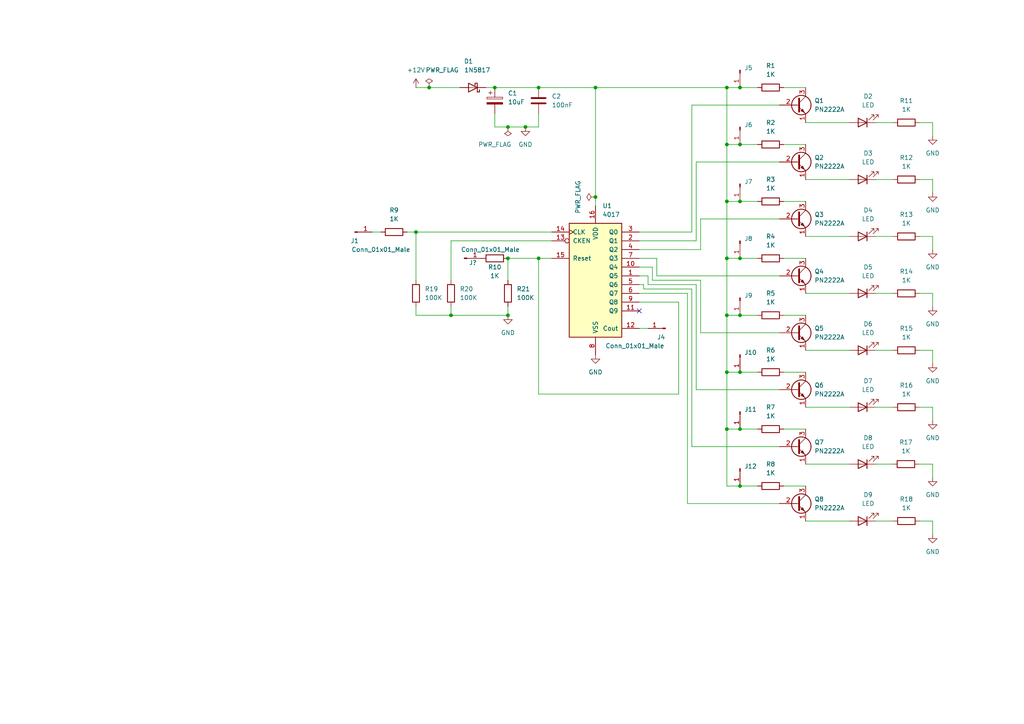
<source format=kicad_sch>
(kicad_sch (version 20220914) (generator eeschema)
  (paper "A4")
  (title_block (title "4017 Counter") (date "2022-09-09") (rev "1") (company "Aria Salvtrice"))
  (lib_symbols
    (symbol "4xxx:4017" (pin_names (offset 1.016))
      (property "Reference" "U" (at -7.62 16.51 0))
      (property "Value" "4017" (at -7.62 -19.05 0))
      (symbol "4017_1_0"
        (pin output line (at 12.7 0 180) (length 5.08) (name "Q5") (number "1"))
        (pin output line (at 12.7 2.54 180) (length 5.08) (name "Q4") (number "10"))
        (pin output line (at 12.7 -10.16 180) (length 5.08) (name "Q9") (number "11"))
        (pin output line (at 12.7 -15.24 180) (length 5.08) (name "Cout") (number "12"))
        (pin input inverted (at -12.7 10.16 0) (length 5.08) (name "CKEN") (number "13"))
        (pin input clock (at -12.7 12.7 0) (length 5.08) (name "CLK") (number "14"))
        (pin input line (at -12.7 5.08 0) (length 5.08) (name "Reset") (number "15"))
        (pin power_in line (at 0 20.32 270) (length 5.08) (name "VDD") (number "16"))
        (pin output line (at 12.7 10.16 180) (length 5.08) (name "Q1") (number "2"))
        (pin output line (at 12.7 12.7 180) (length 5.08) (name "Q0") (number "3"))
        (pin output line (at 12.7 7.62 180) (length 5.08) (name "Q2") (number "4"))
        (pin output line (at 12.7 -2.54 180) (length 5.08) (name "Q6") (number "5"))
        (pin output line (at 12.7 -5.08 180) (length 5.08) (name "Q7") (number "6"))
        (pin output line (at 12.7 5.08 180) (length 5.08) (name "Q3") (number "7"))
        (pin power_in line (at 0 -22.86 90) (length 5.08) (name "VSS") (number "8"))
        (pin output line (at 12.7 -7.62 180) (length 5.08) (name "Q8") (number "9"))
      )
      (symbol "4017_1_1"
        (rectangle (start -7.62 15.24) (end 7.62 -17.78) (stroke (width 0.254)) (fill (type background)))
      )
    )
    (symbol "Connector:Conn_01x01_Male" (pin_names (offset 1.016) hide)
      (property "Reference" "J" (at 0 2.54 0))
      (property "Value" "Conn_01x01_Male" (at 0 -2.54 0))
      (symbol "Conn_01x01_Male_1_1"
        (polyline (pts (xy 1.27 0) (xy 0.8636 0)) (stroke (width 0.1524)))
        (rectangle (start 0.8636 0.127) (end 0 -0.127) (stroke (width 0.1524)) (fill (type outline)))
        (pin passive line (at 5.08 0 180) (length 3.81) (name "Pin_1") (number "1"))
      )
    )
    (symbol "Device:C" (pin_numbers hide) (pin_names (offset 0.254))
      (property "Reference" "C" (at 0.635 2.54 0))
      (property "Value" "C" (at 0.635 -2.54 0))
      (symbol "C_0_1"
        (polyline (pts (xy -2.032 -0.762) (xy 2.032 -0.762)) (stroke (width 0.508)))
        (polyline (pts (xy -2.032 0.762) (xy 2.032 0.762)) (stroke (width 0.508)))
      )
      (symbol "C_1_1"
        (pin passive line (at 0 3.81 270) (length 2.794) (name "~") (number "1"))
        (pin passive line (at 0 -3.81 90) (length 2.794) (name "~") (number "2"))
      )
    )
    (symbol "Device:C_Polarized" (pin_numbers hide) (pin_names (offset 0.254))
      (property "Reference" "C" (at 0.635 2.54 0))
      (property "Value" "C_Polarized" (at 0.635 -2.54 0))
      (symbol "C_Polarized_0_1"
        (rectangle (start -2.286 0.508) (end 2.286 1.016))
        (polyline (pts (xy -1.778 2.286) (xy -0.762 2.286)))
        (polyline (pts (xy -1.27 2.794) (xy -1.27 1.778)))
        (rectangle (start 2.286 -0.508) (end -2.286 -1.016) (fill (type outline)))
      )
      (symbol "C_Polarized_1_1"
        (pin passive line (at 0 3.81 270) (length 2.794) (name "~") (number "1"))
        (pin passive line (at 0 -3.81 90) (length 2.794) (name "~") (number "2"))
      )
    )
    (symbol "Device:LED" (pin_numbers hide) (pin_names (offset 1.016) hide)
      (property "Reference" "D" (at 0 2.54 0))
      (property "Value" "LED" (at 0 -2.54 0))
      (symbol "LED_0_1"
        (polyline (pts (xy -1.27 -1.27) (xy -1.27 1.27)) (stroke (width 0.254)))
        (polyline (pts (xy -1.27 0) (xy 1.27 0)))
        (polyline (pts (xy 1.27 -1.27) (xy 1.27 1.27) (xy -1.27 0) (xy 1.27 -1.27)) (stroke (width 0.254)))
        (polyline (pts (xy -3.048 -0.762) (xy -4.572 -2.286) (xy -3.81 -2.286) (xy -4.572 -2.286) (xy -4.572 -1.524)))
        (polyline (pts (xy -1.778 -0.762) (xy -3.302 -2.286) (xy -2.54 -2.286) (xy -3.302 -2.286) (xy -3.302 -1.524)))
      )
      (symbol "LED_1_1"
        (pin passive line (at -3.81 0 0) (length 2.54) (name "K") (number "1"))
        (pin passive line (at 3.81 0 180) (length 2.54) (name "A") (number "2"))
      )
    )
    (symbol "Device:R" (pin_numbers hide) (pin_names (offset 0))
      (property "Reference" "R" (at 2.032 0 90))
      (property "Value" "R" (at 0 0 90))
      (symbol "R_0_1"
        (rectangle (start -1.016 -2.54) (end 1.016 2.54) (stroke (width 0.254)))
      )
      (symbol "R_1_1"
        (pin passive line (at 0 3.81 270) (length 1.27) (name "~") (number "1"))
        (pin passive line (at 0 -3.81 90) (length 1.27) (name "~") (number "2"))
      )
    )
    (symbol "Diode:1N5817" (pin_numbers hide) (pin_names (offset 1.016) hide)
      (property "Reference" "D" (at 0 2.54 0))
      (property "Value" "1N5817" (at 0 -2.54 0))
      (symbol "1N5817_0_1"
        (polyline (pts (xy 1.27 0) (xy -1.27 0)))
        (polyline (pts (xy 1.27 1.27) (xy 1.27 -1.27) (xy -1.27 0) (xy 1.27 1.27)) (stroke (width 0.254)))
        (polyline (pts (xy -1.905 0.635) (xy -1.905 1.27) (xy -1.27 1.27) (xy -1.27 -1.27) (xy -0.635 -1.27) (xy -0.635 -0.635)) (stroke (width 0.254)))
      )
      (symbol "1N5817_1_1"
        (pin passive line (at -3.81 0 0) (length 2.54) (name "K") (number "1"))
        (pin passive line (at 3.81 0 180) (length 2.54) (name "A") (number "2"))
      )
    )
    (symbol "Transistor_BJT:PN2222A" (pin_names (offset 0) hide)
      (property "Reference" "Q" (at 5.08 1.905 0))
      (property "Value" "PN2222A" (at 5.08 0 0))
      (symbol "PN2222A_0_1"
        (polyline (pts (xy 0 0) (xy 0.635 0)))
        (polyline (pts (xy 2.54 -2.54) (xy 0.635 -0.635)))
        (polyline (pts (xy 2.54 2.54) (xy 0.635 0.635)))
        (polyline (pts (xy 0.635 1.905) (xy 0.635 -1.905) (xy 0.635 -1.905)) (stroke (width 0.508)))
        (polyline (pts (xy 2.413 -2.413) (xy 1.905 -1.905) (xy 1.905 -1.905)))
        (polyline (pts (xy 1.143 -1.651) (xy 1.651 -1.143) (xy 2.159 -2.159) (xy 1.143 -1.651) (xy 1.143 -1.651)) (fill (type outline)))
        (circle (center 1.27 0) (radius 2.8194) (stroke (width 0.254)))
      )
      (symbol "PN2222A_1_1"
        (pin passive line (at 2.54 -5.08 90) (length 2.54) (name "E") (number "1"))
        (pin input line (at -5.08 0 0) (length 5.08) (name "B") (number "2"))
        (pin passive line (at 2.54 5.08 270) (length 2.54) (name "C") (number "3"))
      )
    )
    (symbol "power:+12V" (power) (pin_names (offset 0))
      (property "Value" "+12V" (at 0 3.556 0))
      (symbol "+12V_0_1"
        (polyline (pts (xy -0.762 1.27) (xy 0 2.54)))
        (polyline (pts (xy 0 0) (xy 0 2.54)))
        (polyline (pts (xy 0 2.54) (xy 0.762 1.27)))
      )
      (symbol "+12V_1_1"
        (pin power_in line (at 0 0 90) (length 0) hide (name "+12V") (number "1"))
      )
    )
    (symbol "power:GND" (power) (pin_names (offset 0))
      (property "Value" "GND" (at 0 -3.81 0))
      (symbol "GND_0_1"
        (polyline (pts (xy 0 0) (xy 0 -1.27) (xy 1.27 -1.27) (xy 0 -2.54) (xy -1.27 -1.27) (xy 0 -1.27)))
      )
      (symbol "GND_1_1"
        (pin power_in line (at 0 0 270) (length 0) hide (name "GND") (number "1"))
      )
    )
    (symbol "power:PWR_FLAG" (power) (pin_numbers hide) (pin_names (offset 0) hide)
      (property "Value" "PWR_FLAG" (at 0 3.81 0))
      (symbol "PWR_FLAG_0_0"
        (pin power_out line (at 0 0 90) (length 0) (name "pwr") (number "1"))
      )
      (symbol "PWR_FLAG_0_1"
        (polyline (pts (xy 0 0) (xy 0 1.27) (xy -1.016 1.905) (xy 0 2.54) (xy 1.016 1.905) (xy 0 1.27)))
      )
    )
  )
  (junction (at 210.82 25.4))
  (junction (at 120.65 67.31))
  (junction (at 124.46 25.4))
  (junction (at 210.82 107.95))
  (junction (at 156.21 25.4))
  (junction (at 147.32 74.93))
  (junction (at 172.72 57.15))
  (junction (at 143.51 25.4))
  (junction (at 214.63 91.44))
  (junction (at 147.32 36.83))
  (junction (at 210.82 41.91))
  (junction (at 152.4 36.83))
  (junction (at 214.63 140.97))
  (junction (at 210.82 91.44))
  (junction (at 172.72 25.4))
  (junction (at 214.63 124.46))
  (junction (at 214.63 58.42))
  (junction (at 214.63 74.93))
  (junction (at 214.63 41.91))
  (junction (at 210.82 124.46))
  (junction (at 156.21 74.93))
  (junction (at 147.32 91.44))
  (junction (at 210.82 58.42))
  (junction (at 210.82 74.93))
  (junction (at 130.81 91.44))
  (junction (at 214.63 107.95))
  (junction (at 214.63 25.4))
  (no_connect (at 185.42 90.17))
  (wire (pts (xy 156.21 74.93) (xy 147.32 74.93)))
  (wire (pts (xy 210.82 58.42) (xy 214.63 58.42)))
  (wire (pts (xy 140.97 25.4) (xy 143.51 25.4)))
  (wire (pts (xy 160.02 67.31) (xy 120.65 67.31)))
  (wire (pts (xy 266.7 52.07) (xy 270.51 52.07)))
  (wire (pts (xy 201.93 82.55) (xy 187.96 82.55)))
  (wire (pts (xy 199.39 85.09) (xy 199.39 146.05)))
  (wire (pts (xy 203.2 96.52) (xy 226.06 96.52)))
  (wire (pts (xy 120.65 67.31) (xy 120.65 81.28)))
  (wire (pts (xy 233.68 101.6) (xy 246.38 101.6)))
  (wire (pts (xy 189.23 81.28) (xy 203.2 81.28)))
  (wire (pts (xy 254 134.62) (xy 258.9427 134.62)))
  (wire (pts (xy 214.63 140.97) (xy 219.71 140.97)))
  (wire (pts (xy 196.85 114.3) (xy 156.21 114.3)))
  (wire (pts (xy 210.82 107.95) (xy 210.82 124.46)))
  (wire (pts (xy 210.82 41.91) (xy 210.82 58.42)))
  (wire (pts (xy 210.82 124.46) (xy 210.82 140.97)))
  (wire (pts (xy 233.68 35.56) (xy 246.38 35.56)))
  (wire (pts (xy 227.33 58.42) (xy 233.68 58.42)))
  (wire (pts (xy 227.33 140.97) (xy 233.68 140.97)))
  (wire (pts (xy 254 68.58) (xy 259.08 68.58)))
  (wire (pts (xy 210.82 107.95) (xy 214.63 107.95)))
  (wire (pts (xy 143.51 36.83) (xy 147.32 36.83)))
  (wire (pts (xy 214.63 124.46) (xy 219.71 124.46)))
  (wire (pts (xy 130.81 91.44) (xy 147.32 91.44)))
  (wire (pts (xy 227.33 25.4) (xy 233.68 25.4)))
  (wire (pts (xy 210.82 74.93) (xy 210.82 91.44)))
  (wire (pts (xy 214.63 41.91) (xy 219.71 41.91)))
  (wire (pts (xy 266.5627 134.62) (xy 270.51 134.62)))
  (wire (pts (xy 270.51 52.07) (xy 270.51 55.88)))
  (wire (pts (xy 185.42 85.09) (xy 199.39 85.09)))
  (wire (pts (xy 156.21 74.93) (xy 160.02 74.93)))
  (wire (pts (xy 107.95 67.31) (xy 110.49 67.31)))
  (wire (pts (xy 201.93 113.03) (xy 226.06 113.03)))
  (wire (pts (xy 266.7 101.6) (xy 270.51 101.6)))
  (wire (pts (xy 214.63 74.93) (xy 219.71 74.93)))
  (wire (pts (xy 233.68 118.11) (xy 246.38 118.11)))
  (wire (pts (xy 270.51 101.6) (xy 270.51 105.41)))
  (wire (pts (xy 210.82 140.97) (xy 214.63 140.97)))
  (wire (pts (xy 187.96 82.55) (xy 187.96 80.01)))
  (wire (pts (xy 210.82 58.42) (xy 210.82 74.93)))
  (wire (pts (xy 120.65 25.4) (xy 124.46 25.4)))
  (wire (pts (xy 130.81 88.9) (xy 130.81 91.44)))
  (wire (pts (xy 124.46 25.4) (xy 133.35 25.4)))
  (wire (pts (xy 233.68 52.07) (xy 246.38 52.07)))
  (wire (pts (xy 233.68 151.13) (xy 246.38 151.13)))
  (wire (pts (xy 186.69 82.55) (xy 186.69 83.82)))
  (wire (pts (xy 254 151.13) (xy 259.08 151.13)))
  (wire (pts (xy 172.72 25.4) (xy 172.72 57.15)))
  (wire (pts (xy 199.39 146.05) (xy 226.06 146.05)))
  (wire (pts (xy 147.32 91.44) (xy 147.32 88.9)))
  (wire (pts (xy 156.21 25.4) (xy 172.72 25.4)))
  (wire (pts (xy 189.23 77.47) (xy 189.23 81.28)))
  (wire (pts (xy 203.2 81.28) (xy 203.2 96.52)))
  (wire (pts (xy 196.85 87.63) (xy 196.85 114.3)))
  (wire (pts (xy 120.65 91.44) (xy 130.81 91.44)))
  (wire (pts (xy 190.5 80.01) (xy 190.5 74.93)))
  (wire (pts (xy 214.63 58.42) (xy 219.71 58.42)))
  (wire (pts (xy 270.51 151.13) (xy 270.51 154.94)))
  (wire (pts (xy 210.82 41.91) (xy 214.63 41.91)))
  (wire (pts (xy 227.33 107.95) (xy 233.68 107.95)))
  (wire (pts (xy 172.72 57.15) (xy 172.72 59.69)))
  (wire (pts (xy 270.51 134.62) (xy 270.51 138.43)))
  (wire (pts (xy 143.51 33.02) (xy 143.51 36.83)))
  (wire (pts (xy 190.5 74.93) (xy 185.42 74.93)))
  (wire (pts (xy 266.7 151.13) (xy 270.51 151.13)))
  (wire (pts (xy 201.93 46.99) (xy 226.06 46.99)))
  (wire (pts (xy 187.96 80.01) (xy 185.42 80.01)))
  (wire (pts (xy 214.63 91.44) (xy 219.71 91.44)))
  (wire (pts (xy 233.68 85.09) (xy 246.38 85.09)))
  (wire (pts (xy 254 101.6) (xy 259.08 101.6)))
  (wire (pts (xy 210.82 91.44) (xy 210.82 107.95)))
  (wire (pts (xy 156.21 33.02) (xy 156.21 36.83)))
  (wire (pts (xy 172.72 25.4) (xy 210.82 25.4)))
  (wire (pts (xy 186.69 83.82) (xy 200.66 83.82)))
  (wire (pts (xy 185.42 87.63) (xy 196.85 87.63)))
  (wire (pts (xy 147.32 36.83) (xy 152.4 36.83)))
  (wire (pts (xy 200.66 30.48) (xy 226.06 30.48)))
  (wire (pts (xy 185.42 82.55) (xy 186.69 82.55)))
  (wire (pts (xy 270.51 68.58) (xy 270.51 72.39)))
  (wire (pts (xy 185.42 77.47) (xy 189.23 77.47)))
  (wire (pts (xy 200.66 67.31) (xy 185.42 67.31)))
  (wire (pts (xy 200.66 129.54) (xy 226.06 129.54)))
  (wire (pts (xy 200.66 83.82) (xy 200.66 129.54)))
  (wire (pts (xy 227.33 91.44) (xy 233.68 91.44)))
  (wire (pts (xy 270.51 35.56) (xy 270.51 39.37)))
  (wire (pts (xy 233.68 134.62) (xy 246.38 134.62)))
  (wire (pts (xy 210.82 124.46) (xy 214.63 124.46)))
  (wire (pts (xy 214.63 25.4) (xy 219.71 25.4)))
  (wire (pts (xy 200.66 30.48) (xy 200.66 67.31)))
  (wire (pts (xy 210.82 25.4) (xy 210.82 41.91)))
  (wire (pts (xy 160.02 69.85) (xy 130.81 69.85)))
  (wire (pts (xy 130.81 69.85) (xy 130.81 81.28)))
  (wire (pts (xy 266.7 35.56) (xy 270.51 35.56)))
  (wire (pts (xy 254 52.07) (xy 259.08 52.07)))
  (wire (pts (xy 227.33 124.46) (xy 233.68 124.46)))
  (wire (pts (xy 270.51 118.11) (xy 270.51 121.92)))
  (wire (pts (xy 201.93 69.85) (xy 185.42 69.85)))
  (wire (pts (xy 203.2 72.39) (xy 185.42 72.39)))
  (wire (pts (xy 201.93 46.99) (xy 201.93 69.85)))
  (wire (pts (xy 254 118.11) (xy 259.08 118.11)))
  (wire (pts (xy 266.7 68.58) (xy 270.51 68.58)))
  (wire (pts (xy 210.82 74.93) (xy 214.63 74.93)))
  (wire (pts (xy 270.51 85.09) (xy 270.51 88.9)))
  (wire (pts (xy 227.33 74.93) (xy 233.68 74.93)))
  (wire (pts (xy 190.5 80.01) (xy 226.06 80.01)))
  (wire (pts (xy 227.33 41.91) (xy 233.68 41.91)))
  (wire (pts (xy 214.63 107.95) (xy 219.71 107.95)))
  (wire (pts (xy 118.11 67.31) (xy 120.65 67.31)))
  (wire (pts (xy 254 85.09) (xy 259.08 85.09)))
  (wire (pts (xy 266.7 85.09) (xy 270.51 85.09)))
  (wire (pts (xy 266.7 118.11) (xy 270.51 118.11)))
  (wire (pts (xy 201.93 113.03) (xy 201.93 82.55)))
  (wire (pts (xy 120.65 88.9) (xy 120.65 91.44)))
  (wire (pts (xy 254 35.56) (xy 259.08 35.56)))
  (wire (pts (xy 203.2 63.5) (xy 203.2 72.39)))
  (wire (pts (xy 152.4 36.83) (xy 156.21 36.83)))
  (wire (pts (xy 203.2 63.5) (xy 226.06 63.5)))
  (wire (pts (xy 187.96 95.25) (xy 185.42 95.25)))
  (wire (pts (xy 233.68 68.58) (xy 246.38 68.58)))
  (wire (pts (xy 143.51 25.4) (xy 156.21 25.4)))
  (wire (pts (xy 147.32 74.93) (xy 147.32 81.28)))
  (wire (pts (xy 210.82 25.4) (xy 214.63 25.4)))
  (wire (pts (xy 210.82 91.44) (xy 214.63 91.44)))
  (wire (pts (xy 156.21 74.93) (xy 156.21 114.3)))
  (symbol (lib_id "Transistor_BJT:PN2222A") (at 231.14 129.54 0) (unit 1)
    (default_instance (reference "") (unit 1) (value "") (footprint ""))
    (property "Reference" "Q7" (at 236.22 128.2699 0) (effects (justify left)))
    (property "Value" "PN2222A" (at 236.22 130.8099 0) (effects (justify left)))
    (property "Footprint" "Package_TO_SOT_THT:TO-92_Inline" (effects hide))
    (property "Datasheet" "https://www.onsemi.com/pub/Collateral/PN2222-D.PDF" (effects hide))
  )
  (symbol (lib_id "Device:R") (at 262.7527 134.62 90) (unit 1)
    (default_instance (reference "") (unit 1) (value "") (footprint ""))
    (property "Reference" "R17" (at 262.7527 128.27 90))
    (property "Value" "1K" (at 262.7527 130.81 90))
  )
  (symbol (lib_id "power:GND") (at 270.51 105.41 0) (unit 1)
    (default_instance (reference "") (unit 1) (value "") (footprint ""))
    (property "Reference" "#PWR0102" (effects hide))
    (property "Value" "GND" (at 270.51 110.49 0))
  )
  (symbol (lib_id "Connector:Conn_01x01_Male") (at 214.63 36.83 270) (unit 1)
    (default_instance (reference "") (unit 1) (value "") (footprint ""))
    (property "Reference" "J6" (at 215.9 36.1949 90) (effects (justify left)))
    (property "Value" "Conn_01x01_Male" (effects hide))
  )
  (symbol (lib_id "Connector:Conn_01x01_Male") (at 102.87 67.31 0) (unit 1)
    (default_instance (reference "") (unit 1) (value "") (footprint ""))
    (property "Reference" "J1" (at 102.87 69.85 0))
    (property "Value" "Conn_01x01_Male" (at 110.49 72.39 0))
  )
  (symbol (lib_id "Connector:Conn_01x01_Male") (at 214.63 119.38 270) (unit 1)
    (default_instance (reference "") (unit 1) (value "") (footprint ""))
    (property "Reference" "J11" (at 215.9 118.7449 90) (effects (justify left)))
    (property "Value" "Conn_01x01_Male" (effects hide))
  )
  (symbol (lib_id "Device:LED") (at 250.19 101.6 180) (unit 1)
    (default_instance (reference "") (unit 1) (value "") (footprint ""))
    (property "Reference" "D6" (at 251.7775 93.98 0))
    (property "Value" "LED" (at 251.7775 96.52 0))
  )
  (symbol (lib_id "Device:R") (at 262.89 151.13 90) (unit 1)
    (default_instance (reference "") (unit 1) (value "") (footprint ""))
    (property "Reference" "R18" (at 262.89 144.78 90))
    (property "Value" "1K" (at 262.89 147.32 90))
  )
  (symbol (lib_id "Connector:Conn_01x01_Male") (at 193.04 95.25 180) (unit 1)
    (default_instance (reference "") (unit 1) (value "") (footprint ""))
    (property "Reference" "J4" (at 191.77 97.79 0))
    (property "Value" "Conn_01x01_Male" (at 184.15 100.33 0))
  )
  (symbol (lib_id "power:GND") (at 270.51 121.92 0) (unit 1)
    (default_instance (reference "") (unit 1) (value "") (footprint ""))
    (property "Reference" "#PWR0105" (effects hide))
    (property "Value" "GND" (at 270.51 127 0))
  )
  (symbol (lib_id "Device:C") (at 156.21 29.21 0) (unit 1)
    (default_instance (reference "") (unit 1) (value "") (footprint ""))
    (property "Reference" "C2" (at 160.02 27.9399 0) (effects (justify left)))
    (property "Value" "100nF" (at 160.02 30.4799 0) (effects (justify left)))
  )
  (symbol (lib_id "Diode:1N5817") (at 137.16 25.4 180) (unit 1)
    (default_instance (reference "") (unit 1) (value "") (footprint ""))
    (property "Reference" "D1" (at 135.89 17.78 0))
    (property "Value" "1N5817" (at 138.43 20.32 0))
    (property "Footprint" "Diode_THT:D_DO-41_SOD81_P10.16mm_Horizontal" (effects hide))
    (property "Datasheet" "http://www.vishay.com/docs/88525/1n5817.pdf" (effects hide))
  )
  (symbol (lib_id "Device:R") (at 223.52 58.42 90) (unit 1)
    (default_instance (reference "") (unit 1) (value "") (footprint ""))
    (property "Reference" "R3" (at 223.52 52.07 90))
    (property "Value" "1K" (at 223.52 54.61 90))
  )
  (symbol (lib_id "power:GND") (at 270.51 88.9 0) (unit 1)
    (default_instance (reference "") (unit 1) (value "") (footprint ""))
    (property "Reference" "#PWR0101" (effects hide))
    (property "Value" "GND" (at 270.51 93.98 0))
  )
  (symbol (lib_id "power:PWR_FLAG") (at 147.32 36.83 180) (unit 1)
    (default_instance (reference "") (unit 1) (value "") (footprint ""))
    (property "Reference" "#FLG0102" (effects hide))
    (property "Value" "PWR_FLAG" (at 143.51 41.91 0))
  )
  (symbol (lib_id "Device:R") (at 262.89 85.09 90) (unit 1)
    (default_instance (reference "") (unit 1) (value "") (footprint ""))
    (property "Reference" "R14" (at 262.89 78.74 90))
    (property "Value" "1K" (at 262.89 81.28 90))
  )
  (symbol (lib_id "Device:R") (at 223.52 91.44 90) (unit 1)
    (default_instance (reference "") (unit 1) (value "") (footprint ""))
    (property "Reference" "R5" (at 223.52 85.09 90))
    (property "Value" "1K" (at 223.52 87.63 90))
  )
  (symbol (lib_id "power:GND") (at 270.51 55.88 0) (unit 1)
    (default_instance (reference "") (unit 1) (value "") (footprint ""))
    (property "Reference" "#PWR0107" (effects hide))
    (property "Value" "GND" (at 270.51 60.96 0))
  )
  (symbol (lib_id "Transistor_BJT:PN2222A") (at 231.14 80.01 0) (unit 1)
    (default_instance (reference "") (unit 1) (value "") (footprint ""))
    (property "Reference" "Q4" (at 236.22 78.7399 0) (effects (justify left)))
    (property "Value" "PN2222A" (at 236.22 81.2799 0) (effects (justify left)))
    (property "Footprint" "Package_TO_SOT_THT:TO-92_Inline" (effects hide))
    (property "Datasheet" "https://www.onsemi.com/pub/Collateral/PN2222-D.PDF" (effects hide))
  )
  (symbol (lib_id "Device:LED") (at 250.19 68.58 180) (unit 1)
    (default_instance (reference "") (unit 1) (value "") (footprint ""))
    (property "Reference" "D4" (at 251.7775 60.96 0))
    (property "Value" "LED" (at 251.7775 63.5 0))
  )
  (symbol (lib_id "Device:LED") (at 250.19 85.09 180) (unit 1)
    (default_instance (reference "") (unit 1) (value "") (footprint ""))
    (property "Reference" "D5" (at 251.7775 77.47 0))
    (property "Value" "LED" (at 251.7775 80.01 0))
  )
  (symbol (lib_id "Device:R") (at 223.52 124.46 90) (unit 1)
    (default_instance (reference "") (unit 1) (value "") (footprint ""))
    (property "Reference" "R7" (at 223.52 118.11 90))
    (property "Value" "1K" (at 223.52 120.65 90))
  )
  (symbol (lib_id "Connector:Conn_01x01_Male") (at 214.63 69.85 270) (unit 1)
    (default_instance (reference "") (unit 1) (value "") (footprint ""))
    (property "Reference" "J8" (at 215.9 69.2149 90) (effects (justify left)))
    (property "Value" "Conn_01x01_Male" (effects hide))
  )
  (symbol (lib_id "power:PWR_FLAG") (at 124.46 25.4 0) (unit 1)
    (default_instance (reference "") (unit 1) (value "") (footprint ""))
    (property "Reference" "#FLG0101" (effects hide))
    (property "Value" "PWR_FLAG" (at 128.27 20.32 0))
  )
  (symbol (lib_id "Device:R") (at 120.65 85.09 0) (unit 1)
    (default_instance (reference "") (unit 1) (value "") (footprint ""))
    (property "Reference" "R19" (at 123.19 83.8199 0) (effects (justify left)))
    (property "Value" "100K" (at 123.19 86.3599 0) (effects (justify left)))
  )
  (symbol (lib_id "Connector:Conn_01x01_Male") (at 134.62 74.93 0) (unit 1)
    (default_instance (reference "") (unit 1) (value "") (footprint ""))
    (property "Reference" "J?" (at 137.16 76.2 0))
    (property "Value" "Conn_01x01_Male" (at 142.24 72.39 0))
  )
  (symbol (lib_id "Device:R") (at 262.89 118.11 90) (unit 1)
    (default_instance (reference "") (unit 1) (value "") (footprint ""))
    (property "Reference" "R16" (at 262.89 111.76 90))
    (property "Value" "1K" (at 262.89 114.3 90))
  )
  (symbol (lib_id "Device:R") (at 223.52 25.4 90) (unit 1)
    (default_instance (reference "") (unit 1) (value "") (footprint ""))
    (property "Reference" "R1" (at 223.52 19.05 90))
    (property "Value" "1K" (at 223.52 21.59 90))
  )
  (symbol (lib_id "Device:R") (at 262.89 52.07 90) (unit 1)
    (default_instance (reference "") (unit 1) (value "") (footprint ""))
    (property "Reference" "R12" (at 262.89 45.72 90))
    (property "Value" "1K" (at 262.89 48.26 90))
  )
  (symbol (lib_id "Device:LED") (at 250.19 134.62 180) (unit 1)
    (default_instance (reference "") (unit 1) (value "") (footprint ""))
    (property "Reference" "D8" (at 251.7775 127 0))
    (property "Value" "LED" (at 251.7775 129.54 0))
  )
  (symbol (lib_id "power:GND") (at 270.51 72.39 0) (unit 1)
    (default_instance (reference "") (unit 1) (value "") (footprint ""))
    (property "Reference" "#PWR0108" (effects hide))
    (property "Value" "GND" (at 270.51 77.47 0))
  )
  (symbol (lib_id "Device:LED") (at 250.19 52.07 180) (unit 1)
    (default_instance (reference "") (unit 1) (value "") (footprint ""))
    (property "Reference" "D3" (at 251.7775 44.45 0))
    (property "Value" "LED" (at 251.7775 46.99 0))
  )
  (symbol (lib_id "power:+12V") (at 120.65 25.4 0) (unit 1)
    (default_instance (reference "") (unit 1) (value "") (footprint ""))
    (property "Reference" "#PWR0111" (effects hide))
    (property "Value" "+12V" (at 120.65 20.32 0))
  )
  (symbol (lib_id "Connector:Conn_01x01_Male") (at 214.63 135.89 270) (unit 1)
    (default_instance (reference "") (unit 1) (value "") (footprint ""))
    (property "Reference" "J12" (at 215.9 135.2549 90) (effects (justify left)))
    (property "Value" "Conn_01x01_Male" (effects hide))
  )
  (symbol (lib_id "Connector:Conn_01x01_Male") (at 214.63 86.36 270) (unit 1)
    (default_instance (reference "") (unit 1) (value "") (footprint ""))
    (property "Reference" "J9" (at 215.9 85.7249 90) (effects (justify left)))
    (property "Value" "Conn_01x01_Male" (effects hide))
  )
  (symbol (lib_id "Device:C_Polarized") (at 143.51 29.21 0) (unit 1)
    (default_instance (reference "") (unit 1) (value "") (footprint ""))
    (property "Reference" "C1" (at 147.32 27.0509 0) (effects (justify left)))
    (property "Value" "10uF" (at 147.32 29.5909 0) (effects (justify left)))
  )
  (symbol (lib_id "Connector:Conn_01x01_Male") (at 214.63 102.87 270) (unit 1)
    (default_instance (reference "") (unit 1) (value "") (footprint ""))
    (property "Reference" "J10" (at 215.9 102.2349 90) (effects (justify left)))
    (property "Value" "Conn_01x01_Male" (effects hide))
  )
  (symbol (lib_id "Connector:Conn_01x01_Male") (at 214.63 20.32 270) (unit 1)
    (default_instance (reference "") (unit 1) (value "") (footprint ""))
    (property "Reference" "J5" (at 215.9 19.6849 90) (effects (justify left)))
    (property "Value" "Conn_01x01_Male" (effects hide))
  )
  (symbol (lib_id "power:GND") (at 152.4 36.83 0) (unit 1)
    (default_instance (reference "") (unit 1) (value "") (footprint ""))
    (property "Reference" "#PWR0112" (effects hide))
    (property "Value" "GND" (at 152.4 41.91 0))
  )
  (symbol (lib_id "Transistor_BJT:PN2222A") (at 231.14 146.05 0) (unit 1)
    (default_instance (reference "") (unit 1) (value "") (footprint ""))
    (property "Reference" "Q8" (at 236.22 144.7799 0) (effects (justify left)))
    (property "Value" "PN2222A" (at 236.22 147.3199 0) (effects (justify left)))
    (property "Footprint" "Package_TO_SOT_THT:TO-92_Inline" (effects hide))
    (property "Datasheet" "https://www.onsemi.com/pub/Collateral/PN2222-D.PDF" (effects hide))
  )
  (symbol (lib_id "Device:R") (at 223.52 74.93 90) (unit 1)
    (default_instance (reference "") (unit 1) (value "") (footprint ""))
    (property "Reference" "R4" (at 223.52 68.58 90))
    (property "Value" "1K" (at 223.52 71.12 90))
  )
  (symbol (lib_id "Transistor_BJT:PN2222A") (at 231.14 63.5 0) (unit 1)
    (default_instance (reference "") (unit 1) (value "") (footprint ""))
    (property "Reference" "Q3" (at 236.22 62.2299 0) (effects (justify left)))
    (property "Value" "PN2222A" (at 236.22 64.7699 0) (effects (justify left)))
    (property "Footprint" "Package_TO_SOT_THT:TO-92_Inline" (effects hide))
    (property "Datasheet" "https://www.onsemi.com/pub/Collateral/PN2222-D.PDF" (effects hide))
  )
  (symbol (lib_id "Transistor_BJT:PN2222A") (at 231.14 113.03 0) (unit 1)
    (default_instance (reference "") (unit 1) (value "") (footprint ""))
    (property "Reference" "Q6" (at 236.22 111.7599 0) (effects (justify left)))
    (property "Value" "PN2222A" (at 236.22 114.2999 0) (effects (justify left)))
    (property "Footprint" "Package_TO_SOT_THT:TO-92_Inline" (effects hide))
    (property "Datasheet" "https://www.onsemi.com/pub/Collateral/PN2222-D.PDF" (effects hide))
  )
  (symbol (lib_id "power:GND") (at 147.32 91.44 0) (unit 1)
    (default_instance (reference "") (unit 1) (value "") (footprint ""))
    (property "Reference" "#PWR01" (effects hide))
    (property "Value" "GND" (at 147.32 96.52 0))
  )
  (symbol (lib_id "Device:R") (at 143.51 74.93 90) (unit 1)
    (default_instance (reference "") (unit 1) (value "") (footprint ""))
    (property "Reference" "R10" (at 143.51 77.47 90))
    (property "Value" "1K" (at 143.51 80.01 90))
  )
  (symbol (lib_id "Transistor_BJT:PN2222A") (at 231.14 46.99 0) (unit 1)
    (default_instance (reference "") (unit 1) (value "") (footprint ""))
    (property "Reference" "Q2" (at 236.22 45.7199 0) (effects (justify left)))
    (property "Value" "PN2222A" (at 236.22 48.2599 0) (effects (justify left)))
    (property "Footprint" "Package_TO_SOT_THT:TO-92_Inline" (effects hide))
    (property "Datasheet" "https://www.onsemi.com/pub/Collateral/PN2222-D.PDF" (effects hide))
  )
  (symbol (lib_id "Device:R") (at 223.52 140.97 90) (unit 1)
    (default_instance (reference "") (unit 1) (value "") (footprint ""))
    (property "Reference" "R8" (at 223.52 134.62 90))
    (property "Value" "1K" (at 223.52 137.16 90))
  )
  (symbol (lib_id "4xxx:4017") (at 172.72 80.01 0) (unit 1)
    (default_instance (reference "") (unit 1) (value "") (footprint ""))
    (property "Reference" "U1" (at 174.7394 59.69 0) (effects (justify left)))
    (property "Value" "4017" (at 174.7394 62.23 0) (effects (justify left)))
    (property "Footprint" "Package_DIP:DIP-16_W7.62mm" (effects hide))
    (property "Datasheet" "http://www.intersil.com/content/dam/Intersil/documents/cd40/cd4017bms-22bms.pdf" (effects hide))
  )
  (symbol (lib_id "Device:R") (at 262.89 68.58 90) (unit 1)
    (default_instance (reference "") (unit 1) (value "") (footprint ""))
    (property "Reference" "R13" (at 262.89 62.23 90))
    (property "Value" "1K" (at 262.89 64.77 90))
  )
  (symbol (lib_id "power:PWR_FLAG") (at 172.72 57.15 90) (unit 1)
    (default_instance (reference "") (unit 1) (value "") (footprint ""))
    (property "Reference" "#FLG0103" (effects hide))
    (property "Value" "PWR_FLAG" (at 167.64 57.15 0))
  )
  (symbol (lib_id "Device:R") (at 262.89 35.56 90) (unit 1)
    (default_instance (reference "") (unit 1) (value "") (footprint ""))
    (property "Reference" "R11" (at 262.89 29.21 90))
    (property "Value" "1K" (at 262.89 31.75 90))
  )
  (symbol (lib_id "Device:R") (at 262.89 101.6 90) (unit 1)
    (default_instance (reference "") (unit 1) (value "") (footprint ""))
    (property "Reference" "R15" (at 262.89 95.25 90))
    (property "Value" "1K" (at 262.89 97.79 90))
  )
  (symbol (lib_id "Device:R") (at 114.3 67.31 90) (unit 1)
    (default_instance (reference "") (unit 1) (value "") (footprint ""))
    (property "Reference" "R9" (at 114.3 60.96 90))
    (property "Value" "1K" (at 114.3 63.5 90))
  )
  (symbol (lib_id "Transistor_BJT:PN2222A") (at 231.14 30.48 0) (unit 1)
    (default_instance (reference "") (unit 1) (value "") (footprint ""))
    (property "Reference" "Q1" (at 236.22 29.2099 0) (effects (justify left)))
    (property "Value" "PN2222A" (at 236.22 31.7499 0) (effects (justify left)))
    (property "Footprint" "Package_TO_SOT_THT:TO-92_Inline" (effects hide))
    (property "Datasheet" "https://www.onsemi.com/pub/Collateral/PN2222-D.PDF" (effects hide))
  )
  (symbol (lib_id "Device:LED") (at 250.19 35.56 180) (unit 1)
    (default_instance (reference "") (unit 1) (value "") (footprint ""))
    (property "Reference" "D2" (at 251.7775 27.94 0))
    (property "Value" "LED" (at 251.7775 30.48 0))
  )
  (symbol (lib_id "Device:R") (at 147.32 85.09 0) (unit 1)
    (default_instance (reference "") (unit 1) (value "") (footprint ""))
    (property "Reference" "R21" (at 149.86 83.8199 0) (effects (justify left)))
    (property "Value" "100K" (at 149.86 86.3599 0) (effects (justify left)))
  )
  (symbol (lib_id "Device:LED") (at 250.19 151.13 180) (unit 1)
    (default_instance (reference "") (unit 1) (value "") (footprint ""))
    (property "Reference" "D9" (at 251.7775 143.51 0))
    (property "Value" "LED" (at 251.7775 146.05 0))
  )
  (symbol (lib_id "Transistor_BJT:PN2222A") (at 231.14 96.52 0) (unit 1)
    (default_instance (reference "") (unit 1) (value "") (footprint ""))
    (property "Reference" "Q5" (at 236.22 95.2499 0) (effects (justify left)))
    (property "Value" "PN2222A" (at 236.22 97.7899 0) (effects (justify left)))
    (property "Footprint" "Package_TO_SOT_THT:TO-92_Inline" (effects hide))
    (property "Datasheet" "https://www.onsemi.com/pub/Collateral/PN2222-D.PDF" (effects hide))
  )
  (symbol (lib_id "power:GND") (at 270.51 39.37 0) (unit 1)
    (default_instance (reference "") (unit 1) (value "") (footprint ""))
    (property "Reference" "#PWR0106" (effects hide))
    (property "Value" "GND" (at 270.51 44.45 0))
  )
  (symbol (lib_id "power:GND") (at 270.51 138.43 0) (unit 1)
    (default_instance (reference "") (unit 1) (value "") (footprint ""))
    (property "Reference" "#PWR0104" (effects hide))
    (property "Value" "GND" (at 270.51 143.51 0))
  )
  (symbol (lib_id "Device:LED") (at 250.19 118.11 180) (unit 1)
    (default_instance (reference "") (unit 1) (value "") (footprint ""))
    (property "Reference" "D7" (at 251.7775 110.49 0))
    (property "Value" "LED" (at 251.7775 113.03 0))
  )
  (symbol (lib_id "Device:R") (at 223.52 107.95 90) (unit 1)
    (default_instance (reference "") (unit 1) (value "") (footprint ""))
    (property "Reference" "R6" (at 223.52 101.6 90))
    (property "Value" "1K" (at 223.52 104.14 90))
  )
  (symbol (lib_id "Device:R") (at 223.52 41.91 90) (unit 1)
    (default_instance (reference "") (unit 1) (value "") (footprint ""))
    (property "Reference" "R2" (at 223.52 35.56 90))
    (property "Value" "1K" (at 223.52 38.1 90))
  )
  (symbol (lib_id "power:GND") (at 270.51 154.94 0) (unit 1)
    (default_instance (reference "") (unit 1) (value "") (footprint ""))
    (property "Reference" "#PWR0103" (effects hide))
    (property "Value" "GND" (at 270.51 160.02 0))
  )
  (symbol (lib_id "power:GND") (at 172.72 102.87 0) (unit 1)
    (default_instance (reference "") (unit 1) (value "") (footprint ""))
    (property "Reference" "#PWR0109" (effects hide))
    (property "Value" "GND" (at 172.72 107.95 0))
  )
  (symbol (lib_id "Connector:Conn_01x01_Male") (at 214.63 53.34 270) (unit 1)
    (default_instance (reference "") (unit 1) (value "") (footprint ""))
    (property "Reference" "J7" (at 215.9 52.7049 90) (effects (justify left)))
    (property "Value" "Conn_01x01_Male" (effects hide))
  )
  (symbol (lib_id "Device:R") (at 130.81 85.09 0) (unit 1)
    (default_instance (reference "") (unit 1) (value "") (footprint ""))
    (property "Reference" "R20" (at 133.35 83.8199 0) (effects (justify left)))
    (property "Value" "100K" (at 133.35 86.3599 0) (effects (justify left)))
  )
)
</source>
